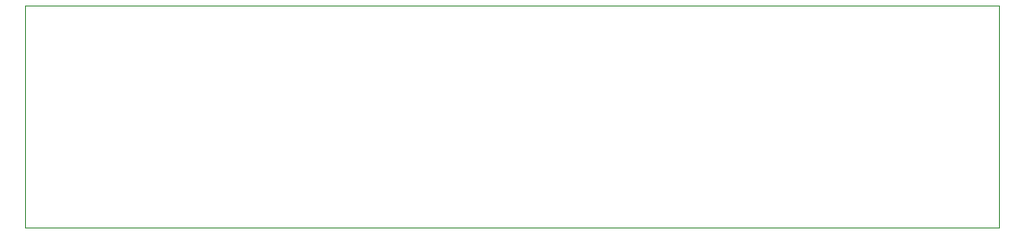
<source format=gko>
G04 #@! TF.FileFunction,Profile,NP*
%FSLAX46Y46*%
G04 Gerber Fmt 4.6, Leading zero omitted, Abs format (unit mm)*
G04 Created by KiCad (PCBNEW no-vcs-found-product) date Fri 24 Jul 2015 19:01:22 CEST*
%MOMM*%
G01*
G04 APERTURE LIST*
%ADD10C,0.100000*%
G04 APERTURE END LIST*
D10*
X205740000Y-78740000D02*
X116840000Y-78740000D01*
X205740000Y-99060000D02*
X205740000Y-78740000D01*
X116840000Y-99060000D02*
X205740000Y-99060000D01*
X116840000Y-78740000D02*
X116840000Y-99060000D01*
M02*

</source>
